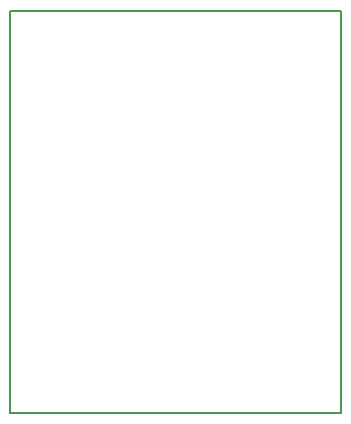
<source format=gbr>
%TF.GenerationSoftware,KiCad,Pcbnew,7.0.6-0*%
%TF.CreationDate,2023-08-07T16:34:56-06:00*%
%TF.ProjectId,VibeLight,56696265-4c69-4676-9874-2e6b69636164,rev?*%
%TF.SameCoordinates,Original*%
%TF.FileFunction,Profile,NP*%
%FSLAX46Y46*%
G04 Gerber Fmt 4.6, Leading zero omitted, Abs format (unit mm)*
G04 Created by KiCad (PCBNEW 7.0.6-0) date 2023-08-07 16:34:56*
%MOMM*%
%LPD*%
G01*
G04 APERTURE LIST*
%TA.AperFunction,Profile*%
%ADD10C,0.200000*%
%TD*%
G04 APERTURE END LIST*
D10*
X18000000Y-19000000D02*
X46100000Y-19000000D01*
X46100000Y-53000000D01*
X18000000Y-53000000D01*
X18000000Y-19000000D01*
M02*

</source>
